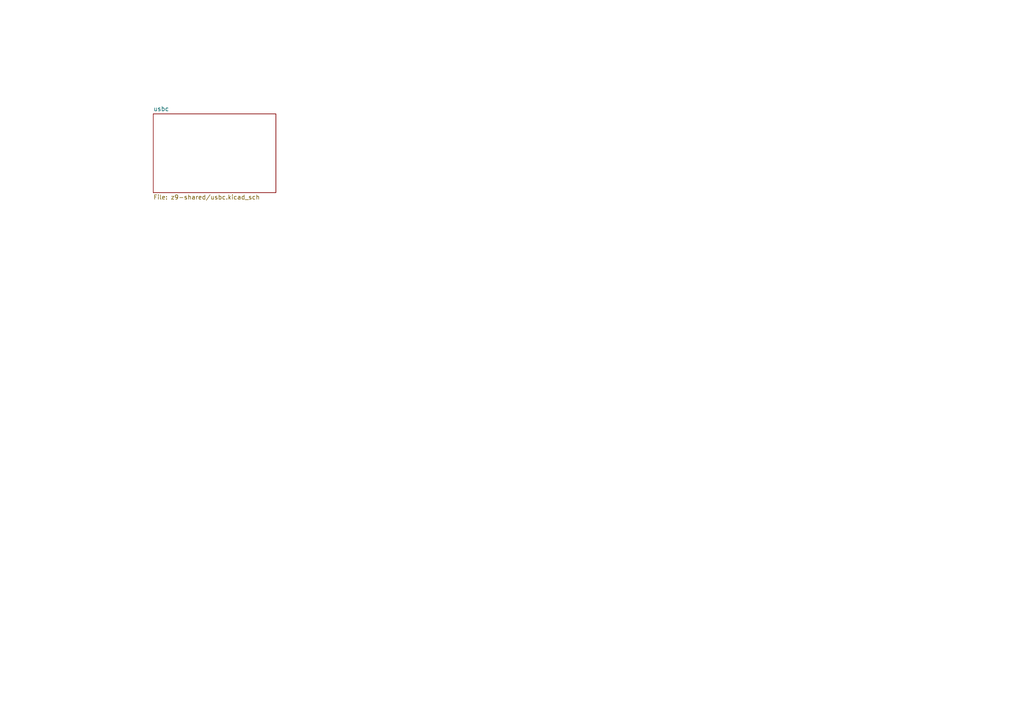
<source format=kicad_sch>
(kicad_sch
	(version 20250114)
	(generator "eeschema")
	(generator_version "9.0")
	(uuid "392ab61e-cb83-4945-9e87-ff2a5807a99d")
	(paper "A4")
	(lib_symbols)
	(sheet
		(at 44.45 33.02)
		(size 35.56 22.86)
		(exclude_from_sim no)
		(in_bom yes)
		(on_board yes)
		(dnp no)
		(fields_autoplaced yes)
		(stroke
			(width 0.1524)
			(type solid)
		)
		(fill
			(color 0 0 0 0.0000)
		)
		(uuid "0e20848c-16f7-4471-b0eb-90040c9430ec")
		(property "Sheetname" "usbc"
			(at 44.45 32.3084 0)
			(effects
				(font
					(size 1.27 1.27)
				)
				(justify left bottom)
			)
		)
		(property "Sheetfile" "z9-shared/usbc.kicad_sch"
			(at 44.45 56.4646 0)
			(effects
				(font
					(size 1.27 1.27)
				)
				(justify left top)
			)
		)
		(instances
			(project "z9-core"
				(path "/392ab61e-cb83-4945-9e87-ff2a5807a99d"
					(page "2")
				)
			)
		)
	)
	(sheet_instances
		(path "/"
			(page "1")
		)
	)
	(embedded_fonts no)
)

</source>
